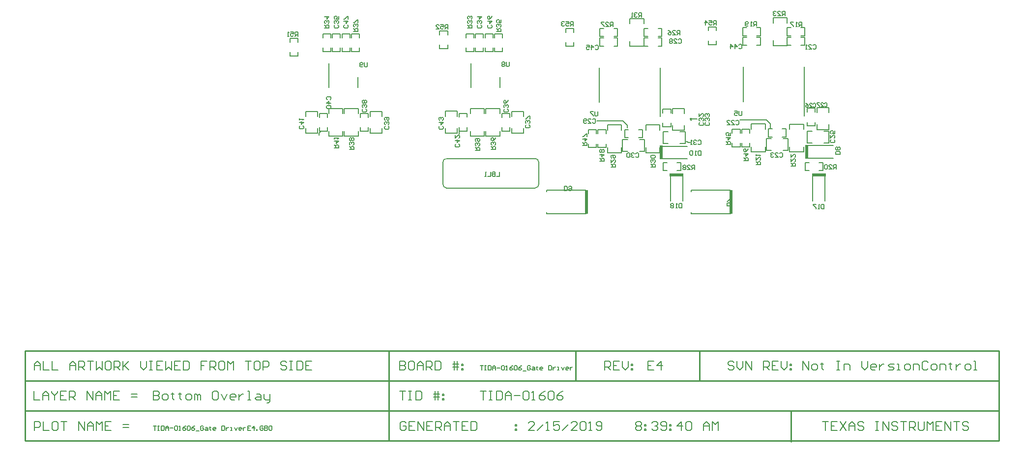
<source format=gbo>
G04*
G04 #@! TF.GenerationSoftware,Altium Limited,Altium Designer,18.1.9 (240)*
G04*
G04 Layer_Color=9218505*
%FSAX25Y25*%
%MOIN*%
G70*
G01*
G75*
%ADD12C,0.00787*%
%ADD14C,0.00700*%
%ADD15C,0.00800*%
%ADD17C,0.00600*%
%ADD22R,0.09200X0.02000*%
%ADD25C,0.01000*%
%ADD98C,0.00500*%
%ADD99R,0.02000X0.09200*%
%ADD100R,0.02000X0.16400*%
G54D12*
X0361894Y0279497D02*
Y0286583D01*
X0342210Y0279497D02*
Y0296032D01*
X0265794Y0279497D02*
Y0286583D01*
X0246110Y0279497D02*
Y0296032D01*
X0568222Y0260382D02*
Y0293551D01*
X0526883Y0269929D02*
Y0293551D01*
X0470754Y0259882D02*
Y0293051D01*
X0429416Y0269429D02*
Y0293051D01*
G54D14*
X0484130Y0249440D02*
X0487530D01*
Y0245440D02*
Y0249440D01*
Y0241440D02*
Y0245440D01*
X0484130Y0241440D02*
X0487530D01*
X0472730D02*
X0476130D01*
X0472730D02*
Y0245440D01*
Y0249440D01*
X0476130D01*
X0581598Y0249940D02*
X0584998D01*
Y0245940D02*
Y0249940D01*
Y0241940D02*
Y0245940D01*
X0581598Y0241940D02*
X0584998D01*
X0570198D02*
X0573598D01*
X0570198D02*
Y0245940D01*
Y0249940D01*
X0573598D01*
X0566057Y0308214D02*
X0568656D01*
Y0313660D01*
X0566057D02*
X0568656D01*
X0556659D02*
X0559258D01*
X0556659Y0308214D02*
Y0313660D01*
Y0308214D02*
X0559258D01*
X0553353Y0246064D02*
X0555951D01*
Y0251511D01*
X0553353D02*
X0555951D01*
X0543955D02*
X0546553D01*
X0543955Y0246064D02*
Y0251511D01*
Y0246064D02*
X0546553D01*
X0570281Y0253442D02*
Y0256040D01*
Y0253442D02*
X0575728D01*
Y0256040D01*
Y0262840D02*
Y0265438D01*
X0570281D02*
X0575728D01*
X0570281Y0262840D02*
Y0265438D01*
X0469135Y0307714D02*
X0471733D01*
Y0313160D01*
X0469135D02*
X0471733D01*
X0459736D02*
X0462335D01*
X0459736Y0307714D02*
Y0313160D01*
Y0307714D02*
X0462335D01*
X0472403Y0252942D02*
Y0255540D01*
Y0252942D02*
X0477850D01*
Y0255540D01*
Y0262340D02*
Y0264938D01*
X0472403D02*
X0477850D01*
X0472403Y0262340D02*
Y0264938D01*
X0350779Y0313340D02*
Y0315938D01*
X0345332D02*
X0350779D01*
X0345332Y0313340D02*
Y0315938D01*
Y0303942D02*
Y0306540D01*
Y0303942D02*
X0350779D01*
Y0306540D01*
X0253779Y0313340D02*
Y0315938D01*
X0248332D02*
X0253779D01*
X0248332Y0313340D02*
Y0315938D01*
Y0303942D02*
Y0306540D01*
Y0303942D02*
X0253779D01*
Y0306540D01*
X0363325Y0249942D02*
Y0252540D01*
Y0249942D02*
X0368772D01*
Y0252540D01*
Y0259340D02*
Y0261938D01*
X0363325D02*
X0368772D01*
X0363325Y0259340D02*
Y0261938D01*
X0267225Y0249942D02*
Y0252540D01*
Y0249942D02*
X0272672D01*
Y0252540D01*
Y0259340D02*
Y0261938D01*
X0267225D02*
X0272672D01*
X0267225Y0259340D02*
Y0261938D01*
X0239525Y0249942D02*
Y0252540D01*
Y0249942D02*
X0244972D01*
Y0252540D01*
Y0259340D02*
Y0261938D01*
X0239525D02*
X0244972D01*
X0239525Y0259340D02*
Y0261938D01*
X0334225Y0250042D02*
Y0252640D01*
Y0250042D02*
X0339672D01*
Y0252640D01*
Y0259440D02*
Y0262038D01*
X0334225D02*
X0339672D01*
X0334225Y0259440D02*
Y0262038D01*
X0455930Y0245564D02*
X0458528D01*
Y0251011D01*
X0455930D02*
X0458528D01*
X0446532D02*
X0449130D01*
X0446532Y0245564D02*
Y0251011D01*
Y0245564D02*
X0449130D01*
X0526659Y0313660D02*
X0529257D01*
X0526659Y0308214D02*
Y0313660D01*
Y0308214D02*
X0529257D01*
X0536058D02*
X0538656D01*
Y0313660D01*
X0536058D02*
X0538656D01*
X0429781Y0313167D02*
X0432379D01*
X0429781Y0307720D02*
Y0313167D01*
Y0307720D02*
X0432379D01*
X0439180D02*
X0441778D01*
Y0313167D01*
X0439180D02*
X0441778D01*
X0357279Y0313340D02*
Y0315938D01*
X0351832D02*
X0357279D01*
X0351832Y0313340D02*
Y0315938D01*
Y0303942D02*
Y0306540D01*
Y0303942D02*
X0357279D01*
Y0306540D01*
X0260279Y0313340D02*
Y0315938D01*
X0254832D02*
X0260279D01*
X0254832Y0313340D02*
Y0315938D01*
Y0303942D02*
Y0306540D01*
Y0303942D02*
X0260279D01*
Y0306540D01*
X0556659Y0320160D02*
X0559258D01*
X0556659Y0314714D02*
Y0320160D01*
Y0314714D02*
X0559258D01*
X0566057D02*
X0568656D01*
Y0320160D01*
X0566057D02*
X0568656D01*
X0536058Y0314707D02*
X0538656D01*
Y0320154D01*
X0536058D02*
X0538656D01*
X0526659D02*
X0529257D01*
X0526659Y0314707D02*
Y0320154D01*
Y0314707D02*
X0529257D01*
X0569010Y0228667D02*
X0571608D01*
X0569010Y0223220D02*
Y0228667D01*
Y0223220D02*
X0571608D01*
X0578408D02*
X0581006D01*
Y0228667D01*
X0578408D02*
X0581006D01*
X0459736Y0319660D02*
X0462335D01*
X0459736Y0314214D02*
Y0319660D01*
Y0314214D02*
X0462335D01*
X0469135D02*
X0471733D01*
Y0319660D01*
X0469135D02*
X0471733D01*
X0439180Y0314200D02*
X0441778D01*
Y0319647D01*
X0439180D02*
X0441778D01*
X0429781D02*
X0432379D01*
X0429781Y0314200D02*
Y0319647D01*
Y0314200D02*
X0432379D01*
X0482030Y0223214D02*
X0484628D01*
Y0228660D01*
X0482030D02*
X0484628D01*
X0472632D02*
X0475230D01*
X0472632Y0223214D02*
Y0228660D01*
Y0223214D02*
X0475230D01*
X0338825Y0303942D02*
Y0306540D01*
Y0303942D02*
X0344272D01*
Y0306540D01*
Y0313340D02*
Y0315938D01*
X0338825D02*
X0344272D01*
X0338825Y0313340D02*
Y0315938D01*
X0241825Y0303942D02*
Y0306540D01*
Y0303942D02*
X0247272D01*
Y0306540D01*
Y0313340D02*
Y0315938D01*
X0241825D02*
X0247272D01*
X0241825Y0313340D02*
Y0315938D01*
X0358325Y0303942D02*
Y0306540D01*
Y0303942D02*
X0363772D01*
Y0306540D01*
Y0313340D02*
Y0315938D01*
X0358325D02*
X0363772D01*
X0358325Y0313340D02*
Y0315938D01*
X0261325Y0303942D02*
Y0306540D01*
Y0303942D02*
X0266772D01*
Y0306540D01*
Y0313340D02*
Y0315938D01*
X0261325D02*
X0266772D01*
X0261325Y0313340D02*
Y0315938D01*
X0519371Y0239292D02*
Y0241891D01*
Y0239292D02*
X0524818D01*
Y0241891D01*
Y0248691D02*
Y0251289D01*
X0519371D02*
X0524818D01*
X0519371Y0248691D02*
Y0251289D01*
X0525871Y0239292D02*
Y0241891D01*
Y0239292D02*
X0531318D01*
Y0241891D01*
Y0248691D02*
Y0251289D01*
X0525871D02*
X0531318D01*
X0525871Y0248691D02*
Y0251289D01*
X0421903Y0238792D02*
Y0241390D01*
Y0238792D02*
X0427350D01*
Y0241390D01*
Y0248190D02*
Y0250789D01*
X0421903D02*
X0427350D01*
X0421903Y0248190D02*
Y0250789D01*
X0428403Y0238792D02*
Y0241390D01*
Y0238792D02*
X0433850D01*
Y0241390D01*
Y0248190D02*
Y0250789D01*
X0428403D02*
X0433850D01*
X0428403Y0248190D02*
Y0250789D01*
X0225016Y0310300D02*
Y0312898D01*
X0219569D02*
X0225016D01*
X0219569Y0310300D02*
Y0312898D01*
Y0300902D02*
Y0303500D01*
Y0300902D02*
X0225016D01*
Y0303500D01*
X0326527Y0315250D02*
Y0317849D01*
X0321080D02*
X0326527D01*
X0321080Y0315250D02*
Y0317849D01*
Y0305852D02*
Y0308450D01*
Y0305852D02*
X0326527D01*
Y0308450D01*
X0412027Y0317050D02*
Y0319649D01*
X0406580D02*
X0412027D01*
X0406580Y0317050D02*
Y0319649D01*
Y0307652D02*
Y0310250D01*
Y0307652D02*
X0412027D01*
Y0310250D01*
X0508616Y0318100D02*
Y0320698D01*
X0503169D02*
X0508616D01*
X0503169Y0318100D02*
Y0320698D01*
Y0308702D02*
Y0311300D01*
Y0308702D02*
X0508616D01*
Y0311300D01*
X0542553Y0244791D02*
X0545953D01*
X0542553Y0240791D02*
Y0244791D01*
Y0236790D02*
Y0240791D01*
Y0236790D02*
X0545953D01*
X0553953D02*
X0557353D01*
Y0240791D01*
Y0244791D01*
X0553953D02*
X0557353D01*
X0585008Y0262440D02*
Y0265840D01*
X0581008D02*
X0585008D01*
X0577008D02*
X0581008D01*
X0577008Y0262440D02*
Y0265840D01*
Y0251040D02*
Y0254440D01*
Y0251040D02*
X0581008D01*
X0585008D01*
Y0254440D01*
X0445130Y0244290D02*
X0448530D01*
X0445130Y0240290D02*
Y0244290D01*
Y0236291D02*
Y0240290D01*
Y0236291D02*
X0448530D01*
X0456530D02*
X0459930D01*
Y0240290D01*
Y0244290D01*
X0456530D02*
X0459930D01*
X0487130Y0261940D02*
Y0265340D01*
X0483130D02*
X0487130D01*
X0479130D02*
X0483130D01*
X0479130Y0261940D02*
Y0265340D01*
Y0250540D02*
Y0253940D01*
Y0250540D02*
X0483130D01*
X0487130D01*
Y0253940D01*
X0377997Y0259940D02*
Y0263340D01*
X0373997D02*
X0377997D01*
X0369997D02*
X0373997D01*
X0369997Y0259940D02*
Y0263340D01*
Y0248540D02*
Y0251940D01*
Y0248540D02*
X0373997D01*
X0377997D01*
Y0251940D01*
X0281897Y0259940D02*
Y0263340D01*
X0277897D02*
X0281897D01*
X0273897D02*
X0277897D01*
X0273897Y0259940D02*
Y0263340D01*
Y0248540D02*
Y0251940D01*
Y0248540D02*
X0277897D01*
X0281897D01*
Y0251940D01*
X0230197Y0248540D02*
Y0251940D01*
Y0248540D02*
X0234197D01*
X0238197D01*
Y0251940D01*
Y0259940D02*
Y0263340D01*
X0234197D02*
X0238197D01*
X0230197D02*
X0234197D01*
X0230197Y0259940D02*
Y0263340D01*
X0332897Y0260040D02*
Y0263440D01*
X0328897D02*
X0332897D01*
X0324897D02*
X0328897D01*
X0324897Y0260040D02*
Y0263440D01*
Y0248640D02*
Y0252040D01*
Y0248640D02*
X0328897D01*
X0332897D01*
Y0252040D01*
X0541820Y0251205D02*
Y0254749D01*
X0532293D02*
X0541820D01*
X0532293Y0251205D02*
Y0254749D01*
Y0235851D02*
Y0239394D01*
Y0235851D02*
X0541820D01*
Y0239394D01*
X0567861Y0251196D02*
Y0254739D01*
X0558334D02*
X0567861D01*
X0558334Y0251196D02*
Y0254739D01*
Y0235842D02*
Y0239385D01*
Y0235842D02*
X0567861D01*
Y0239385D01*
X0547244Y0307991D02*
Y0311535D01*
Y0307991D02*
X0556772D01*
Y0311535D01*
Y0323346D02*
Y0326889D01*
X0547244D02*
X0556772D01*
X0547244Y0323346D02*
Y0326889D01*
X0444353Y0250706D02*
Y0254249D01*
X0434825D02*
X0444353D01*
X0434825Y0250706D02*
Y0254249D01*
Y0235351D02*
Y0238895D01*
Y0235351D02*
X0444353D01*
Y0238895D01*
X0470394Y0250696D02*
Y0254239D01*
X0460866D02*
X0470394D01*
X0460866Y0250696D02*
Y0254239D01*
Y0235342D02*
Y0238885D01*
Y0235342D02*
X0470394D01*
Y0238885D01*
X0449971Y0307485D02*
Y0311028D01*
Y0307485D02*
X0459498D01*
Y0311028D01*
Y0322839D02*
Y0326382D01*
X0449971D02*
X0459498D01*
X0449971Y0322839D02*
Y0326382D01*
X0361953Y0261806D02*
Y0265349D01*
X0352425D02*
X0361953D01*
X0352425Y0261806D02*
Y0265349D01*
Y0246451D02*
Y0249994D01*
Y0246451D02*
X0361953D01*
Y0249994D01*
X0265853Y0261806D02*
Y0265349D01*
X0256325D02*
X0265853D01*
X0256325Y0261806D02*
Y0265349D01*
Y0246451D02*
Y0249994D01*
Y0246451D02*
X0265853D01*
Y0249994D01*
X0351453Y0261806D02*
Y0265349D01*
X0341925D02*
X0351453D01*
X0341925Y0261806D02*
Y0265349D01*
Y0246451D02*
Y0249994D01*
Y0246451D02*
X0351453D01*
Y0249994D01*
X0255353Y0261806D02*
Y0265349D01*
X0245825D02*
X0255353D01*
X0245825Y0261806D02*
Y0265349D01*
Y0246451D02*
Y0249994D01*
Y0246451D02*
X0255353D01*
Y0249994D01*
X0570398Y0240190D02*
X0587898D01*
X0570398Y0231690D02*
X0587898D01*
X0471630Y0239690D02*
X0489130D01*
X0471630Y0231190D02*
X0489130D01*
X0582439Y0202500D02*
Y0220000D01*
X0573939Y0202500D02*
Y0220000D01*
X0486029Y0202532D02*
Y0220031D01*
X0477529Y0202532D02*
Y0220031D01*
X0491689Y0208850D02*
Y0209750D01*
X0518389D01*
X0491689Y0194050D02*
X0518389D01*
X0491689D02*
Y0194950D01*
X0393489Y0208850D02*
Y0209750D01*
X0420189D01*
X0393489Y0194050D02*
X0420189D01*
X0393489D02*
Y0194950D01*
G54D15*
X0126900Y0073549D02*
Y0067551D01*
X0129899D01*
X0130899Y0068550D01*
Y0069550D01*
X0129899Y0070550D01*
X0126900D01*
X0129899D01*
X0130899Y0071549D01*
Y0072549D01*
X0129899Y0073549D01*
X0126900D01*
X0133898Y0067551D02*
X0135897D01*
X0136897Y0068550D01*
Y0070550D01*
X0135897Y0071549D01*
X0133898D01*
X0132898Y0070550D01*
Y0068550D01*
X0133898Y0067551D01*
X0139896Y0072549D02*
Y0071549D01*
X0138896D01*
X0140895D01*
X0139896D01*
Y0068550D01*
X0140895Y0067551D01*
X0144894Y0072549D02*
Y0071549D01*
X0143895D01*
X0145894D01*
X0144894D01*
Y0068550D01*
X0145894Y0067551D01*
X0149893D02*
X0151892D01*
X0152892Y0068550D01*
Y0070550D01*
X0151892Y0071549D01*
X0149893D01*
X0148893Y0070550D01*
Y0068550D01*
X0149893Y0067551D01*
X0154891D02*
Y0071549D01*
X0155891D01*
X0156890Y0070550D01*
Y0067551D01*
Y0070550D01*
X0157890Y0071549D01*
X0158890Y0070550D01*
Y0067551D01*
X0169886Y0073549D02*
X0167887D01*
X0166887Y0072549D01*
Y0068550D01*
X0167887Y0067551D01*
X0169886D01*
X0170886Y0068550D01*
Y0072549D01*
X0169886Y0073549D01*
X0172885Y0071549D02*
X0174884Y0067551D01*
X0176884Y0071549D01*
X0181882Y0067551D02*
X0179883D01*
X0178883Y0068550D01*
Y0070550D01*
X0179883Y0071549D01*
X0181882D01*
X0182882Y0070550D01*
Y0069550D01*
X0178883D01*
X0184881Y0071549D02*
Y0067551D01*
Y0069550D01*
X0185881Y0070550D01*
X0186881Y0071549D01*
X0187880D01*
X0190879Y0067551D02*
X0192879D01*
X0191879D01*
Y0073549D01*
X0190879D01*
X0196877Y0071549D02*
X0198877D01*
X0199876Y0070550D01*
Y0067551D01*
X0196877D01*
X0195878Y0068550D01*
X0196877Y0069550D01*
X0199876D01*
X0201876Y0071549D02*
Y0068550D01*
X0202875Y0067551D01*
X0205874D01*
Y0066551D01*
X0204875Y0065551D01*
X0203875D01*
X0205874Y0067551D02*
Y0071549D01*
X0045850Y0073649D02*
Y0067651D01*
X0049849D01*
X0051848D02*
Y0071649D01*
X0053847Y0073649D01*
X0055847Y0071649D01*
Y0067651D01*
Y0070650D01*
X0051848D01*
X0057846Y0073649D02*
Y0072649D01*
X0059846Y0070650D01*
X0061845Y0072649D01*
Y0073649D01*
X0059846Y0070650D02*
Y0067651D01*
X0067843Y0073649D02*
X0063844D01*
Y0067651D01*
X0067843D01*
X0063844Y0070650D02*
X0065843D01*
X0069842Y0067651D02*
Y0073649D01*
X0072841D01*
X0073841Y0072649D01*
Y0070650D01*
X0072841Y0069650D01*
X0069842D01*
X0071842D02*
X0073841Y0067651D01*
X0081838D02*
Y0073649D01*
X0085837Y0067651D01*
Y0073649D01*
X0087836Y0067651D02*
Y0071649D01*
X0089836Y0073649D01*
X0091835Y0071649D01*
Y0067651D01*
Y0070650D01*
X0087836D01*
X0093835Y0067651D02*
Y0073649D01*
X0095834Y0071649D01*
X0097833Y0073649D01*
Y0067651D01*
X0103831Y0073649D02*
X0099832D01*
Y0067651D01*
X0103831D01*
X0099832Y0070650D02*
X0101832D01*
X0111829Y0069650D02*
X0115827D01*
X0111829Y0071649D02*
X0115827D01*
X0348550Y0073498D02*
X0352549D01*
X0350549D01*
Y0067500D01*
X0354548Y0073498D02*
X0356547D01*
X0355548D01*
Y0067500D01*
X0354548D01*
X0356547D01*
X0359546Y0073498D02*
Y0067500D01*
X0362545D01*
X0363545Y0068500D01*
Y0072498D01*
X0362545Y0073498D01*
X0359546D01*
X0365545Y0067500D02*
Y0071499D01*
X0367544Y0073498D01*
X0369543Y0071499D01*
Y0067500D01*
Y0070499D01*
X0365545D01*
X0371543D02*
X0375541D01*
X0377541Y0072498D02*
X0378540Y0073498D01*
X0380540D01*
X0381539Y0072498D01*
Y0068500D01*
X0380540Y0067500D01*
X0378540D01*
X0377541Y0068500D01*
Y0072498D01*
X0383539Y0067500D02*
X0385538D01*
X0384538D01*
Y0073498D01*
X0383539Y0072498D01*
X0392536Y0073498D02*
X0390536Y0072498D01*
X0388537Y0070499D01*
Y0068500D01*
X0389537Y0067500D01*
X0391536D01*
X0392536Y0068500D01*
Y0069499D01*
X0391536Y0070499D01*
X0388537D01*
X0394535Y0072498D02*
X0395535Y0073498D01*
X0397534D01*
X0398534Y0072498D01*
Y0068500D01*
X0397534Y0067500D01*
X0395535D01*
X0394535Y0068500D01*
Y0072498D01*
X0404532Y0073498D02*
X0402532Y0072498D01*
X0400533Y0070499D01*
Y0068500D01*
X0401533Y0067500D01*
X0403532D01*
X0404532Y0068500D01*
Y0069499D01*
X0403532Y0070499D01*
X0400533D01*
X0294000Y0073498D02*
X0297999D01*
X0295999D01*
Y0067500D01*
X0299998Y0073498D02*
X0301997D01*
X0300998D01*
Y0067500D01*
X0299998D01*
X0301997D01*
X0304996Y0073498D02*
Y0067500D01*
X0307996D01*
X0308995Y0068500D01*
Y0072498D01*
X0307996Y0073498D01*
X0304996D01*
X0317992Y0067500D02*
Y0073498D01*
X0319992D02*
Y0067500D01*
X0316993Y0071499D02*
X0319992D01*
X0320991D01*
X0316993Y0069499D02*
X0320991D01*
X0322991Y0071499D02*
X0323990D01*
Y0070499D01*
X0322991D01*
Y0071499D01*
Y0068500D02*
X0323990D01*
Y0067500D01*
X0322991D01*
Y0068500D01*
X0580500Y0052965D02*
X0584499D01*
X0582499D01*
Y0046966D01*
X0590497Y0052965D02*
X0586498D01*
Y0046966D01*
X0590497D01*
X0586498Y0049966D02*
X0588497D01*
X0592496Y0052965D02*
X0596495Y0046966D01*
Y0052965D02*
X0592496Y0046966D01*
X0598494D02*
Y0050965D01*
X0600493Y0052965D01*
X0602493Y0050965D01*
Y0046966D01*
Y0049966D01*
X0598494D01*
X0608491Y0051965D02*
X0607491Y0052965D01*
X0605492D01*
X0604492Y0051965D01*
Y0050965D01*
X0605492Y0049966D01*
X0607491D01*
X0608491Y0048966D01*
Y0047966D01*
X0607491Y0046966D01*
X0605492D01*
X0604492Y0047966D01*
X0616488Y0052965D02*
X0618488D01*
X0617488D01*
Y0046966D01*
X0616488D01*
X0618488D01*
X0621487D02*
Y0052965D01*
X0625486Y0046966D01*
Y0052965D01*
X0631484Y0051965D02*
X0630484Y0052965D01*
X0628484D01*
X0627485Y0051965D01*
Y0050965D01*
X0628484Y0049966D01*
X0630484D01*
X0631484Y0048966D01*
Y0047966D01*
X0630484Y0046966D01*
X0628484D01*
X0627485Y0047966D01*
X0633483Y0052965D02*
X0637482D01*
X0635482D01*
Y0046966D01*
X0639481D02*
Y0052965D01*
X0642480D01*
X0643480Y0051965D01*
Y0049966D01*
X0642480Y0048966D01*
X0639481D01*
X0641480D02*
X0643480Y0046966D01*
X0645479Y0052965D02*
Y0047966D01*
X0646479Y0046966D01*
X0648478D01*
X0649478Y0047966D01*
Y0052965D01*
X0651477Y0046966D02*
Y0052965D01*
X0653476Y0050965D01*
X0655476Y0052965D01*
Y0046966D01*
X0661474Y0052965D02*
X0657475D01*
Y0046966D01*
X0661474D01*
X0657475Y0049966D02*
X0659474D01*
X0663473Y0046966D02*
Y0052965D01*
X0667472Y0046966D01*
Y0052965D01*
X0669471D02*
X0673470D01*
X0671471D01*
Y0046966D01*
X0679468Y0051965D02*
X0678468Y0052965D01*
X0676469D01*
X0675469Y0051965D01*
Y0050965D01*
X0676469Y0049966D01*
X0678468D01*
X0679468Y0048966D01*
Y0047966D01*
X0678468Y0046966D01*
X0676469D01*
X0675469Y0047966D01*
X0454050Y0051965D02*
X0455050Y0052965D01*
X0457049D01*
X0458049Y0051965D01*
Y0050965D01*
X0457049Y0049966D01*
X0458049Y0048966D01*
Y0047966D01*
X0457049Y0046966D01*
X0455050D01*
X0454050Y0047966D01*
Y0048966D01*
X0455050Y0049966D01*
X0454050Y0050965D01*
Y0051965D01*
X0455050Y0049966D02*
X0457049D01*
X0460048Y0050965D02*
X0461048D01*
Y0049966D01*
X0460048D01*
Y0050965D01*
Y0047966D02*
X0461048D01*
Y0046966D01*
X0460048D01*
Y0047966D01*
X0465046Y0051965D02*
X0466046Y0052965D01*
X0468046D01*
X0469045Y0051965D01*
Y0050965D01*
X0468046Y0049966D01*
X0467046D01*
X0468046D01*
X0469045Y0048966D01*
Y0047966D01*
X0468046Y0046966D01*
X0466046D01*
X0465046Y0047966D01*
X0471044D02*
X0472044Y0046966D01*
X0474044D01*
X0475043Y0047966D01*
Y0051965D01*
X0474044Y0052965D01*
X0472044D01*
X0471044Y0051965D01*
Y0050965D01*
X0472044Y0049966D01*
X0475043D01*
X0477043Y0050965D02*
X0478042D01*
Y0049966D01*
X0477043D01*
Y0050965D01*
Y0047966D02*
X0478042D01*
Y0046966D01*
X0477043D01*
Y0047966D01*
X0485040Y0046966D02*
Y0052965D01*
X0482041Y0049966D01*
X0486040D01*
X0488039Y0051965D02*
X0489039Y0052965D01*
X0491038D01*
X0492038Y0051965D01*
Y0047966D01*
X0491038Y0046966D01*
X0489039D01*
X0488039Y0047966D01*
Y0051965D01*
X0500035Y0046966D02*
Y0050965D01*
X0502035Y0052965D01*
X0504034Y0050965D01*
Y0046966D01*
Y0049966D01*
X0500035D01*
X0506033Y0046966D02*
Y0052965D01*
X0508033Y0050965D01*
X0510032Y0052965D01*
Y0046966D01*
X0046350D02*
Y0052965D01*
X0049349D01*
X0050349Y0051965D01*
Y0049966D01*
X0049349Y0048966D01*
X0046350D01*
X0052348Y0052965D02*
Y0046966D01*
X0056347D01*
X0061345Y0052965D02*
X0059346D01*
X0058346Y0051965D01*
Y0047966D01*
X0059346Y0046966D01*
X0061345D01*
X0062345Y0047966D01*
Y0051965D01*
X0061345Y0052965D01*
X0064344D02*
X0068343D01*
X0066343D01*
Y0046966D01*
X0076340D02*
Y0052965D01*
X0080339Y0046966D01*
Y0052965D01*
X0082338Y0046966D02*
Y0050965D01*
X0084338Y0052965D01*
X0086337Y0050965D01*
Y0046966D01*
Y0049966D01*
X0082338D01*
X0088336Y0046966D02*
Y0052965D01*
X0090336Y0050965D01*
X0092335Y0052965D01*
Y0046966D01*
X0098333Y0052965D02*
X0094335D01*
Y0046966D01*
X0098333D01*
X0094335Y0049966D02*
X0096334D01*
X0106331Y0048966D02*
X0110329D01*
X0106331Y0050965D02*
X0110329D01*
X0294000Y0093831D02*
Y0087833D01*
X0296999D01*
X0297999Y0088833D01*
Y0089833D01*
X0296999Y0090832D01*
X0294000D01*
X0296999D01*
X0297999Y0091832D01*
Y0092832D01*
X0296999Y0093831D01*
X0294000D01*
X0302997D02*
X0300998D01*
X0299998Y0092832D01*
Y0088833D01*
X0300998Y0087833D01*
X0302997D01*
X0303997Y0088833D01*
Y0092832D01*
X0302997Y0093831D01*
X0305996Y0087833D02*
Y0091832D01*
X0307996Y0093831D01*
X0309995Y0091832D01*
Y0087833D01*
Y0090832D01*
X0305996D01*
X0311994Y0087833D02*
Y0093831D01*
X0314993D01*
X0315993Y0092832D01*
Y0090832D01*
X0314993Y0089833D01*
X0311994D01*
X0313994D02*
X0315993Y0087833D01*
X0317992Y0093831D02*
Y0087833D01*
X0320991D01*
X0321991Y0088833D01*
Y0092832D01*
X0320991Y0093831D01*
X0317992D01*
X0330988Y0087833D02*
Y0093831D01*
X0332987D02*
Y0087833D01*
X0329988Y0091832D02*
X0332987D01*
X0333987D01*
X0329988Y0089833D02*
X0333987D01*
X0335986Y0091832D02*
X0336986D01*
Y0090832D01*
X0335986D01*
Y0091832D01*
Y0088833D02*
X0336986D01*
Y0087833D01*
X0335986D01*
Y0088833D01*
X0466149Y0093831D02*
X0462150D01*
Y0087833D01*
X0466149D01*
X0462150Y0090832D02*
X0464149D01*
X0471147Y0087833D02*
Y0093831D01*
X0468148Y0090832D01*
X0472147D01*
X0046350Y0087833D02*
Y0091832D01*
X0048349Y0093831D01*
X0050349Y0091832D01*
Y0087833D01*
Y0090832D01*
X0046350D01*
X0052348Y0093831D02*
Y0087833D01*
X0056347D01*
X0058346Y0093831D02*
Y0087833D01*
X0062345D01*
X0070342D02*
Y0091832D01*
X0072342Y0093831D01*
X0074341Y0091832D01*
Y0087833D01*
Y0090832D01*
X0070342D01*
X0076340Y0087833D02*
Y0093831D01*
X0079339D01*
X0080339Y0092832D01*
Y0090832D01*
X0079339Y0089833D01*
X0076340D01*
X0078340D02*
X0080339Y0087833D01*
X0082338Y0093831D02*
X0086337D01*
X0084338D01*
Y0087833D01*
X0088336Y0093831D02*
Y0087833D01*
X0090336Y0089833D01*
X0092335Y0087833D01*
Y0093831D01*
X0097334D02*
X0095334D01*
X0094335Y0092832D01*
Y0088833D01*
X0095334Y0087833D01*
X0097334D01*
X0098333Y0088833D01*
Y0092832D01*
X0097334Y0093831D01*
X0100332Y0087833D02*
Y0093831D01*
X0103332D01*
X0104331Y0092832D01*
Y0090832D01*
X0103332Y0089833D01*
X0100332D01*
X0102332D02*
X0104331Y0087833D01*
X0106331Y0093831D02*
Y0087833D01*
Y0089833D01*
X0110329Y0093831D01*
X0107330Y0090832D01*
X0110329Y0087833D01*
X0118327Y0093831D02*
Y0089833D01*
X0120326Y0087833D01*
X0122325Y0089833D01*
Y0093831D01*
X0124325D02*
X0126324D01*
X0125324D01*
Y0087833D01*
X0124325D01*
X0126324D01*
X0133322Y0093831D02*
X0129323D01*
Y0087833D01*
X0133322D01*
X0129323Y0090832D02*
X0131323D01*
X0135321Y0093831D02*
Y0087833D01*
X0137321Y0089833D01*
X0139320Y0087833D01*
Y0093831D01*
X0145318D02*
X0141319D01*
Y0087833D01*
X0145318D01*
X0141319Y0090832D02*
X0143319D01*
X0147317Y0093831D02*
Y0087833D01*
X0150316D01*
X0151316Y0088833D01*
Y0092832D01*
X0150316Y0093831D01*
X0147317D01*
X0163312D02*
X0159313D01*
Y0090832D01*
X0161313D01*
X0159313D01*
Y0087833D01*
X0165312D02*
Y0093831D01*
X0168310D01*
X0169310Y0092832D01*
Y0090832D01*
X0168310Y0089833D01*
X0165312D01*
X0167311D02*
X0169310Y0087833D01*
X0174309Y0093831D02*
X0172309D01*
X0171310Y0092832D01*
Y0088833D01*
X0172309Y0087833D01*
X0174309D01*
X0175308Y0088833D01*
Y0092832D01*
X0174309Y0093831D01*
X0177308Y0087833D02*
Y0093831D01*
X0179307Y0091832D01*
X0181306Y0093831D01*
Y0087833D01*
X0189304Y0093831D02*
X0193303D01*
X0191303D01*
Y0087833D01*
X0198301Y0093831D02*
X0196301D01*
X0195302Y0092832D01*
Y0088833D01*
X0196301Y0087833D01*
X0198301D01*
X0199301Y0088833D01*
Y0092832D01*
X0198301Y0093831D01*
X0201300Y0087833D02*
Y0093831D01*
X0204299D01*
X0205299Y0092832D01*
Y0090832D01*
X0204299Y0089833D01*
X0201300D01*
X0217295Y0092832D02*
X0216295Y0093831D01*
X0214296D01*
X0213296Y0092832D01*
Y0091832D01*
X0214296Y0090832D01*
X0216295D01*
X0217295Y0089833D01*
Y0088833D01*
X0216295Y0087833D01*
X0214296D01*
X0213296Y0088833D01*
X0219294Y0093831D02*
X0221293D01*
X0220294D01*
Y0087833D01*
X0219294D01*
X0221293D01*
X0224292Y0093831D02*
Y0087833D01*
X0227291D01*
X0228291Y0088833D01*
Y0092832D01*
X0227291Y0093831D01*
X0224292D01*
X0234289D02*
X0230291D01*
Y0087833D01*
X0234289D01*
X0230291Y0090832D02*
X0232290D01*
X0298199Y0051965D02*
X0297199Y0052965D01*
X0295200D01*
X0294200Y0051965D01*
Y0047966D01*
X0295200Y0046966D01*
X0297199D01*
X0298199Y0047966D01*
Y0049966D01*
X0296199D01*
X0304197Y0052965D02*
X0300198D01*
Y0046966D01*
X0304197D01*
X0300198Y0049966D02*
X0302197D01*
X0306196Y0046966D02*
Y0052965D01*
X0310195Y0046966D01*
Y0052965D01*
X0316193D02*
X0312194D01*
Y0046966D01*
X0316193D01*
X0312194Y0049966D02*
X0314194D01*
X0318192Y0046966D02*
Y0052965D01*
X0321191D01*
X0322191Y0051965D01*
Y0049966D01*
X0321191Y0048966D01*
X0318192D01*
X0320192D02*
X0322191Y0046966D01*
X0324190D02*
Y0050965D01*
X0326190Y0052965D01*
X0328189Y0050965D01*
Y0046966D01*
Y0049966D01*
X0324190D01*
X0330188Y0052965D02*
X0334187D01*
X0332188D01*
Y0046966D01*
X0340185Y0052965D02*
X0336186D01*
Y0046966D01*
X0340185D01*
X0336186Y0049966D02*
X0338186D01*
X0342184Y0052965D02*
Y0046966D01*
X0345183D01*
X0346183Y0047966D01*
Y0051965D01*
X0345183Y0052965D01*
X0342184D01*
X0372175Y0050965D02*
X0373175D01*
Y0049966D01*
X0372175D01*
Y0050965D01*
Y0047966D02*
X0373175D01*
Y0046966D01*
X0372175D01*
Y0047966D01*
X0385149Y0046966D02*
X0381150D01*
X0385149Y0050965D01*
Y0051965D01*
X0384149Y0052965D01*
X0382150D01*
X0381150Y0051965D01*
X0387148Y0046966D02*
X0391147Y0050965D01*
X0393146Y0046966D02*
X0395146D01*
X0394146D01*
Y0052965D01*
X0393146Y0051965D01*
X0402143Y0052965D02*
X0398145D01*
Y0049966D01*
X0400144Y0050965D01*
X0401144D01*
X0402143Y0049966D01*
Y0047966D01*
X0401144Y0046966D01*
X0399144D01*
X0398145Y0047966D01*
X0404143Y0046966D02*
X0408141Y0050965D01*
X0414139Y0046966D02*
X0410141D01*
X0414139Y0050965D01*
Y0051965D01*
X0413140Y0052965D01*
X0411140D01*
X0410141Y0051965D01*
X0416139D02*
X0417138Y0052965D01*
X0419138D01*
X0420137Y0051965D01*
Y0047966D01*
X0419138Y0046966D01*
X0417138D01*
X0416139Y0047966D01*
Y0051965D01*
X0422137Y0046966D02*
X0424136D01*
X0423136D01*
Y0052965D01*
X0422137Y0051965D01*
X0427135Y0047966D02*
X0428135Y0046966D01*
X0430134D01*
X0431134Y0047966D01*
Y0051965D01*
X0430134Y0052965D01*
X0428135D01*
X0427135Y0051965D01*
Y0050965D01*
X0428135Y0049966D01*
X0431134D01*
X0433000Y0087833D02*
Y0093831D01*
X0435999D01*
X0436999Y0092832D01*
Y0090832D01*
X0435999Y0089833D01*
X0433000D01*
X0434999D02*
X0436999Y0087833D01*
X0442997Y0093831D02*
X0438998D01*
Y0087833D01*
X0442997D01*
X0438998Y0090832D02*
X0440997D01*
X0444996Y0093831D02*
Y0089833D01*
X0446995Y0087833D01*
X0448995Y0089833D01*
Y0093831D01*
X0450994Y0091832D02*
X0451994D01*
Y0090832D01*
X0450994D01*
Y0091832D01*
Y0088833D02*
X0451994D01*
Y0087833D01*
X0450994D01*
Y0088833D01*
X0520799Y0092832D02*
X0519799Y0093831D01*
X0517800D01*
X0516800Y0092832D01*
Y0091832D01*
X0517800Y0090832D01*
X0519799D01*
X0520799Y0089833D01*
Y0088833D01*
X0519799Y0087833D01*
X0517800D01*
X0516800Y0088833D01*
X0522798Y0093831D02*
Y0089833D01*
X0524797Y0087833D01*
X0526797Y0089833D01*
Y0093831D01*
X0528796Y0087833D02*
Y0093831D01*
X0532795Y0087833D01*
Y0093831D01*
X0540792Y0087833D02*
Y0093831D01*
X0543791D01*
X0544791Y0092832D01*
Y0090832D01*
X0543791Y0089833D01*
X0540792D01*
X0542792D02*
X0544791Y0087833D01*
X0550789Y0093831D02*
X0546790D01*
Y0087833D01*
X0550789D01*
X0546790Y0090832D02*
X0548790D01*
X0552788Y0093831D02*
Y0089833D01*
X0554788Y0087833D01*
X0556787Y0089833D01*
Y0093831D01*
X0558786Y0091832D02*
X0559786D01*
Y0090832D01*
X0558786D01*
Y0091832D01*
Y0088833D02*
X0559786D01*
Y0087833D01*
X0558786D01*
Y0088833D01*
X0567400Y0087833D02*
Y0093831D01*
X0571399Y0087833D01*
Y0093831D01*
X0574398Y0087833D02*
X0576397D01*
X0577397Y0088833D01*
Y0090832D01*
X0576397Y0091832D01*
X0574398D01*
X0573398Y0090832D01*
Y0088833D01*
X0574398Y0087833D01*
X0580396Y0092832D02*
Y0091832D01*
X0579396D01*
X0581395D01*
X0580396D01*
Y0088833D01*
X0581395Y0087833D01*
X0590393Y0093831D02*
X0592392D01*
X0591392D01*
Y0087833D01*
X0590393D01*
X0592392D01*
X0595391D02*
Y0091832D01*
X0598390D01*
X0599390Y0090832D01*
Y0087833D01*
X0607387Y0093831D02*
Y0089833D01*
X0609386Y0087833D01*
X0611386Y0089833D01*
Y0093831D01*
X0616384Y0087833D02*
X0614385D01*
X0613385Y0088833D01*
Y0090832D01*
X0614385Y0091832D01*
X0616384D01*
X0617384Y0090832D01*
Y0089833D01*
X0613385D01*
X0619383Y0091832D02*
Y0087833D01*
Y0089833D01*
X0620383Y0090832D01*
X0621383Y0091832D01*
X0622382D01*
X0625381Y0087833D02*
X0628380D01*
X0629380Y0088833D01*
X0628380Y0089833D01*
X0626381D01*
X0625381Y0090832D01*
X0626381Y0091832D01*
X0629380D01*
X0631379Y0087833D02*
X0633379D01*
X0632379D01*
Y0091832D01*
X0631379D01*
X0637377Y0087833D02*
X0639377D01*
X0640376Y0088833D01*
Y0090832D01*
X0639377Y0091832D01*
X0637377D01*
X0636378Y0090832D01*
Y0088833D01*
X0637377Y0087833D01*
X0642376D02*
Y0091832D01*
X0645375D01*
X0646374Y0090832D01*
Y0087833D01*
X0652373Y0092832D02*
X0651373Y0093831D01*
X0649373D01*
X0648374Y0092832D01*
Y0088833D01*
X0649373Y0087833D01*
X0651373D01*
X0652373Y0088833D01*
X0655372Y0087833D02*
X0657371D01*
X0658371Y0088833D01*
Y0090832D01*
X0657371Y0091832D01*
X0655372D01*
X0654372Y0090832D01*
Y0088833D01*
X0655372Y0087833D01*
X0660370D02*
Y0091832D01*
X0663369D01*
X0664369Y0090832D01*
Y0087833D01*
X0667368Y0092832D02*
Y0091832D01*
X0666368D01*
X0668367D01*
X0667368D01*
Y0088833D01*
X0668367Y0087833D01*
X0671366Y0091832D02*
Y0087833D01*
Y0089833D01*
X0672366Y0090832D01*
X0673366Y0091832D01*
X0674365D01*
X0678364Y0087833D02*
X0680364D01*
X0681363Y0088833D01*
Y0090832D01*
X0680364Y0091832D01*
X0678364D01*
X0677364Y0090832D01*
Y0088833D01*
X0678364Y0087833D01*
X0683362D02*
X0685362D01*
X0684362D01*
Y0093831D01*
X0683362D01*
G54D17*
X0545389Y0252400D02*
Y0254900D01*
X0542789Y0257500D02*
X0545389Y0254900D01*
X0524589Y0257500D02*
X0542789D01*
X0448289Y0252100D02*
Y0254000D01*
X0445389Y0256900D02*
X0448289Y0254000D01*
X0427789Y0256900D02*
X0445389D01*
X0490889Y0258100D02*
X0491689Y0257300D01*
Y0258900D01*
X0490889Y0258100D02*
X0491689Y0258900D01*
X0490889Y0258100D02*
X0495489D01*
X0489489Y0242200D02*
X0490889D01*
X0488789Y0242900D02*
X0489489Y0242200D01*
X0488189Y0242900D02*
X0488789D01*
X0334225Y0247936D02*
Y0250042D01*
X0239389Y0247400D02*
Y0248700D01*
X0240589Y0249900D01*
X0271997Y0296439D02*
Y0293940D01*
X0271497Y0293440D01*
X0270497D01*
X0269998Y0293940D01*
Y0296439D01*
X0268998Y0293940D02*
X0268498Y0293440D01*
X0267498D01*
X0266999Y0293940D01*
Y0295939D01*
X0267498Y0296439D01*
X0268498D01*
X0268998Y0295939D01*
Y0295440D01*
X0268498Y0294940D01*
X0266999D01*
X0429589Y0229500D02*
X0432588D01*
Y0230999D01*
X0432088Y0231499D01*
X0431088D01*
X0430589Y0230999D01*
Y0229500D01*
Y0230500D02*
X0429589Y0231499D01*
Y0233998D02*
X0432588D01*
X0431088Y0232499D01*
Y0234498D01*
X0432088Y0235498D02*
X0432588Y0235998D01*
Y0236998D01*
X0432088Y0237497D01*
X0431588D01*
X0431088Y0236998D01*
X0430589Y0237497D01*
X0430089D01*
X0429589Y0236998D01*
Y0235998D01*
X0430089Y0235498D01*
X0430589D01*
X0431088Y0235998D01*
X0431588Y0235498D01*
X0432088D01*
X0431088Y0235998D02*
Y0236998D01*
X0418089Y0240100D02*
X0421088D01*
Y0241599D01*
X0420588Y0242099D01*
X0419589D01*
X0419089Y0241599D01*
Y0240100D01*
Y0241100D02*
X0418089Y0242099D01*
Y0244599D02*
X0421088D01*
X0419589Y0243099D01*
Y0245098D01*
X0421088Y0246098D02*
Y0248097D01*
X0420588D01*
X0418589Y0246098D01*
X0418089D01*
X0527153Y0229940D02*
X0530152D01*
Y0231440D01*
X0529652Y0231940D01*
X0528652D01*
X0528152Y0231440D01*
Y0229940D01*
Y0230940D02*
X0527153Y0231940D01*
Y0234439D02*
X0530152D01*
X0528652Y0232939D01*
Y0234939D01*
X0530152Y0237938D02*
X0529652Y0236938D01*
X0528652Y0235938D01*
X0527653D01*
X0527153Y0236438D01*
Y0237438D01*
X0527653Y0237938D01*
X0528152D01*
X0528652Y0237438D01*
Y0235938D01*
X0515153Y0240940D02*
X0518152D01*
Y0242440D01*
X0517652Y0242939D01*
X0516652D01*
X0516152Y0242440D01*
Y0240940D01*
Y0241940D02*
X0515153Y0242939D01*
Y0245439D02*
X0518152D01*
X0516652Y0243939D01*
Y0245938D01*
X0518152Y0248938D02*
Y0246938D01*
X0516652D01*
X0517152Y0247938D01*
Y0248438D01*
X0516652Y0248938D01*
X0515653D01*
X0515153Y0248438D01*
Y0247438D01*
X0515653Y0246938D01*
X0249589Y0238700D02*
X0252588D01*
Y0240199D01*
X0252088Y0240699D01*
X0251089D01*
X0250589Y0240199D01*
Y0238700D01*
Y0239700D02*
X0249589Y0240699D01*
Y0243198D02*
X0252588D01*
X0251089Y0241699D01*
Y0243698D01*
X0249589Y0244698D02*
Y0245698D01*
Y0245198D01*
X0252588D01*
X0252088Y0244698D01*
X0259889Y0237500D02*
X0262888D01*
Y0239000D01*
X0262388Y0239499D01*
X0261388D01*
X0260889Y0239000D01*
Y0237500D01*
Y0238500D02*
X0259889Y0239499D01*
X0262388Y0240499D02*
X0262888Y0240999D01*
Y0241999D01*
X0262388Y0242498D01*
X0261888D01*
X0261388Y0241999D01*
Y0241499D01*
Y0241999D01*
X0260889Y0242498D01*
X0260389D01*
X0259889Y0241999D01*
Y0240999D01*
X0260389Y0240499D01*
X0262388Y0243498D02*
X0262888Y0243998D01*
Y0244998D01*
X0262388Y0245497D01*
X0261888D01*
X0261388Y0244998D01*
X0260889Y0245497D01*
X0260389D01*
X0259889Y0244998D01*
Y0243998D01*
X0260389Y0243498D01*
X0260889D01*
X0261388Y0243998D01*
X0261888Y0243498D01*
X0262388D01*
X0261388Y0243998D02*
Y0244998D01*
X0262789Y0317600D02*
X0265788D01*
Y0319099D01*
X0265288Y0319599D01*
X0264288D01*
X0263789Y0319099D01*
Y0317600D01*
Y0318600D02*
X0262789Y0319599D01*
X0265288Y0320599D02*
X0265788Y0321099D01*
Y0322098D01*
X0265288Y0322598D01*
X0264788D01*
X0264288Y0322098D01*
Y0321599D01*
Y0322098D01*
X0263789Y0322598D01*
X0263289D01*
X0262789Y0322098D01*
Y0321099D01*
X0263289Y0320599D01*
X0265788Y0323598D02*
Y0325597D01*
X0265288D01*
X0263289Y0323598D01*
X0262789D01*
X0258551Y0321939D02*
X0259051Y0321440D01*
Y0320440D01*
X0258551Y0319940D01*
X0256552D01*
X0256052Y0320440D01*
Y0321440D01*
X0256552Y0321939D01*
X0256052Y0324439D02*
X0259051D01*
X0257552Y0322939D01*
Y0324939D01*
X0259051Y0325938D02*
Y0327938D01*
X0258551D01*
X0256552Y0325938D01*
X0256052D01*
X0356051Y0321939D02*
X0356551Y0321440D01*
Y0320440D01*
X0356051Y0319940D01*
X0354052D01*
X0353552Y0320440D01*
Y0321440D01*
X0354052Y0321939D01*
X0353552Y0324439D02*
X0356551D01*
X0355051Y0322939D01*
Y0324939D01*
X0356551Y0327938D02*
X0356051Y0326938D01*
X0355051Y0325938D01*
X0354052D01*
X0353552Y0326438D01*
Y0327438D01*
X0354052Y0327938D01*
X0354552D01*
X0355051Y0327438D01*
Y0325938D01*
X0426590Y0307899D02*
X0427090Y0308399D01*
X0428089D01*
X0428589Y0307899D01*
Y0305900D01*
X0428089Y0305400D01*
X0427090D01*
X0426590Y0305900D01*
X0424090Y0305400D02*
Y0308399D01*
X0425590Y0306899D01*
X0423591D01*
X0420592Y0308399D02*
X0422591D01*
Y0306899D01*
X0421591Y0307399D01*
X0421091D01*
X0420592Y0306899D01*
Y0305900D01*
X0421091Y0305400D01*
X0422091D01*
X0422591Y0305900D01*
X0523890Y0308399D02*
X0524390Y0308899D01*
X0525389D01*
X0525889Y0308399D01*
Y0306400D01*
X0525389Y0305900D01*
X0524390D01*
X0523890Y0306400D01*
X0521390Y0305900D02*
Y0308899D01*
X0522890Y0307400D01*
X0520891D01*
X0518391Y0305900D02*
Y0308899D01*
X0519891Y0307400D01*
X0517892D01*
X0322988Y0253299D02*
X0323488Y0252800D01*
Y0251800D01*
X0322988Y0251300D01*
X0320989D01*
X0320489Y0251800D01*
Y0252800D01*
X0320989Y0253299D01*
X0320489Y0255799D02*
X0323488D01*
X0321989Y0254299D01*
Y0256298D01*
X0322988Y0257298D02*
X0323488Y0257798D01*
Y0258798D01*
X0322988Y0259297D01*
X0322488D01*
X0321989Y0258798D01*
Y0258298D01*
Y0258798D01*
X0321489Y0259297D01*
X0320989D01*
X0320489Y0258798D01*
Y0257798D01*
X0320989Y0257298D01*
X0228388Y0253499D02*
X0228888Y0252999D01*
Y0252000D01*
X0228388Y0251500D01*
X0226389D01*
X0225889Y0252000D01*
Y0252999D01*
X0226389Y0253499D01*
X0225889Y0255998D02*
X0228888D01*
X0227389Y0254499D01*
Y0256498D01*
X0225889Y0257498D02*
Y0258498D01*
Y0257998D01*
X0228888D01*
X0228388Y0257498D01*
X0244816Y0271381D02*
X0244316Y0271881D01*
Y0272881D01*
X0244816Y0273380D01*
X0246815D01*
X0247315Y0272881D01*
Y0271881D01*
X0246815Y0271381D01*
X0247315Y0268882D02*
X0244316D01*
X0245815Y0270381D01*
Y0268382D01*
X0244816Y0267382D02*
X0244316Y0266882D01*
Y0265883D01*
X0244816Y0265383D01*
X0246815D01*
X0247315Y0265883D01*
Y0266882D01*
X0246815Y0267382D01*
X0244816D01*
X0286288Y0253299D02*
X0286788Y0252800D01*
Y0251800D01*
X0286288Y0251300D01*
X0284289D01*
X0283789Y0251800D01*
Y0252800D01*
X0284289Y0253299D01*
X0286288Y0254299D02*
X0286788Y0254799D01*
Y0255799D01*
X0286288Y0256298D01*
X0285788D01*
X0285289Y0255799D01*
Y0255299D01*
Y0255799D01*
X0284789Y0256298D01*
X0284289D01*
X0283789Y0255799D01*
Y0254799D01*
X0284289Y0254299D01*
Y0257298D02*
X0283789Y0257798D01*
Y0258798D01*
X0284289Y0259297D01*
X0286288D01*
X0286788Y0258798D01*
Y0257798D01*
X0286288Y0257298D01*
X0285788D01*
X0285289Y0257798D01*
Y0259297D01*
X0270988Y0264999D02*
X0271488Y0264499D01*
Y0263500D01*
X0270988Y0263000D01*
X0268989D01*
X0268489Y0263500D01*
Y0264499D01*
X0268989Y0264999D01*
X0270988Y0265999D02*
X0271488Y0266499D01*
Y0267498D01*
X0270988Y0267998D01*
X0270488D01*
X0269988Y0267498D01*
Y0266999D01*
Y0267498D01*
X0269489Y0267998D01*
X0268989D01*
X0268489Y0267498D01*
Y0266499D01*
X0268989Y0265999D01*
X0270988Y0268998D02*
X0271488Y0269498D01*
Y0270498D01*
X0270988Y0270997D01*
X0270488D01*
X0269988Y0270498D01*
X0269489Y0270997D01*
X0268989D01*
X0268489Y0270498D01*
Y0269498D01*
X0268989Y0268998D01*
X0269489D01*
X0269988Y0269498D01*
X0270488Y0268998D01*
X0270988D01*
X0269988Y0269498D02*
Y0270498D01*
X0252051Y0321939D02*
X0252551Y0321440D01*
Y0320440D01*
X0252051Y0319940D01*
X0250052D01*
X0249552Y0320440D01*
Y0321440D01*
X0250052Y0321939D01*
X0252051Y0322939D02*
X0252551Y0323439D01*
Y0324439D01*
X0252051Y0324939D01*
X0251551D01*
X0251051Y0324439D01*
Y0323939D01*
Y0324439D01*
X0250552Y0324939D01*
X0250052D01*
X0249552Y0324439D01*
Y0323439D01*
X0250052Y0322939D01*
X0252551Y0327938D02*
Y0325938D01*
X0251051D01*
X0251551Y0326938D01*
Y0327438D01*
X0251051Y0327938D01*
X0250052D01*
X0249552Y0327438D01*
Y0326438D01*
X0250052Y0325938D01*
X0361789Y0222399D02*
Y0219400D01*
X0359790D01*
X0358790Y0222399D02*
Y0219400D01*
X0357290D01*
X0356791Y0219900D01*
Y0220400D01*
X0357290Y0220900D01*
X0358790D01*
X0357290D01*
X0356791Y0221399D01*
Y0221899D01*
X0357290Y0222399D01*
X0358790D01*
X0355791D02*
Y0219400D01*
X0353792D01*
X0352792D02*
X0351792D01*
X0352292D01*
Y0222399D01*
X0352792Y0221899D01*
X0574190Y0308199D02*
X0574689Y0308699D01*
X0575689D01*
X0576189Y0308199D01*
Y0306200D01*
X0575689Y0305700D01*
X0574689D01*
X0574190Y0306200D01*
X0571191Y0305700D02*
X0573190D01*
X0571191Y0307699D01*
Y0308199D01*
X0571690Y0308699D01*
X0572690D01*
X0573190Y0308199D01*
X0570191Y0305700D02*
X0569191D01*
X0569691D01*
Y0308699D01*
X0570191Y0308199D01*
X0521890Y0256799D02*
X0522390Y0257299D01*
X0523389D01*
X0523889Y0256799D01*
Y0254800D01*
X0523389Y0254300D01*
X0522390D01*
X0521890Y0254800D01*
X0518891Y0254300D02*
X0520890D01*
X0518891Y0256299D01*
Y0256799D01*
X0519390Y0257299D01*
X0520390D01*
X0520890Y0256799D01*
X0515892Y0254300D02*
X0517891D01*
X0515892Y0256299D01*
Y0256799D01*
X0516391Y0257299D01*
X0517391D01*
X0517891Y0256799D01*
X0551590Y0234899D02*
X0552090Y0235399D01*
X0553089D01*
X0553589Y0234899D01*
Y0232900D01*
X0553089Y0232400D01*
X0552090D01*
X0551590Y0232900D01*
X0548591Y0232400D02*
X0550590D01*
X0548591Y0234399D01*
Y0234899D01*
X0549090Y0235399D01*
X0550090D01*
X0550590Y0234899D01*
X0547591D02*
X0547091Y0235399D01*
X0546091D01*
X0545592Y0234899D01*
Y0234399D01*
X0546091Y0233899D01*
X0546591D01*
X0546091D01*
X0545592Y0233400D01*
Y0232900D01*
X0546091Y0232400D01*
X0547091D01*
X0547591Y0232900D01*
X0349051Y0321939D02*
X0349551Y0321440D01*
Y0320440D01*
X0349051Y0319940D01*
X0347052D01*
X0346552Y0320440D01*
Y0321440D01*
X0347052Y0321939D01*
X0349051Y0322939D02*
X0349551Y0323439D01*
Y0324439D01*
X0349051Y0324939D01*
X0348551D01*
X0348052Y0324439D01*
Y0323939D01*
Y0324439D01*
X0347552Y0324939D01*
X0347052D01*
X0346552Y0324439D01*
Y0323439D01*
X0347052Y0322939D01*
X0346552Y0327438D02*
X0349551D01*
X0348052Y0325938D01*
Y0327938D01*
X0381788Y0254099D02*
X0382288Y0253600D01*
Y0252600D01*
X0381788Y0252100D01*
X0379789D01*
X0379289Y0252600D01*
Y0253600D01*
X0379789Y0254099D01*
X0381788Y0255099D02*
X0382288Y0255599D01*
Y0256598D01*
X0381788Y0257098D01*
X0381288D01*
X0380788Y0256598D01*
Y0256099D01*
Y0256598D01*
X0380289Y0257098D01*
X0379789D01*
X0379289Y0256598D01*
Y0255599D01*
X0379789Y0255099D01*
X0382288Y0258098D02*
Y0260097D01*
X0381788D01*
X0379789Y0258098D01*
X0379289D01*
X0482890Y0311999D02*
X0483390Y0312499D01*
X0484389D01*
X0484889Y0311999D01*
Y0310000D01*
X0484389Y0309500D01*
X0483390D01*
X0482890Y0310000D01*
X0479891Y0309500D02*
X0481890D01*
X0479891Y0311499D01*
Y0311999D01*
X0480390Y0312499D01*
X0481390D01*
X0481890Y0311999D01*
X0478891D02*
X0478391Y0312499D01*
X0477391D01*
X0476892Y0311999D01*
Y0311499D01*
X0477391Y0310999D01*
X0476892Y0310500D01*
Y0310000D01*
X0477391Y0309500D01*
X0478391D01*
X0478891Y0310000D01*
Y0310500D01*
X0478391Y0310999D01*
X0478891Y0311499D01*
Y0311999D01*
X0478391Y0310999D02*
X0477391D01*
X0574323Y0268383D02*
X0574739Y0268799D01*
X0575572D01*
X0575989Y0268383D01*
Y0266717D01*
X0575572Y0266300D01*
X0574739D01*
X0574323Y0266717D01*
X0571824Y0266300D02*
X0573490D01*
X0571824Y0267966D01*
Y0268383D01*
X0572240Y0268799D01*
X0573073D01*
X0573490Y0268383D01*
X0569324Y0268799D02*
X0570157Y0268383D01*
X0570991Y0267550D01*
Y0266717D01*
X0570574Y0266300D01*
X0569741D01*
X0569324Y0266717D01*
Y0267133D01*
X0569741Y0267550D01*
X0570991D01*
X0582123Y0268683D02*
X0582539Y0269099D01*
X0583372D01*
X0583789Y0268683D01*
Y0267017D01*
X0583372Y0266600D01*
X0582539D01*
X0582123Y0267017D01*
X0579624Y0266600D02*
X0581290D01*
X0579624Y0268266D01*
Y0268683D01*
X0580040Y0269099D01*
X0580873D01*
X0581290Y0268683D01*
X0578791Y0269099D02*
X0577125D01*
Y0268683D01*
X0578791Y0267017D01*
Y0266600D01*
X0499488Y0255899D02*
X0499988Y0255399D01*
Y0254400D01*
X0499488Y0253900D01*
X0497489D01*
X0496989Y0254400D01*
Y0255399D01*
X0497489Y0255899D01*
X0499488Y0256899D02*
X0499988Y0257399D01*
Y0258399D01*
X0499488Y0258898D01*
X0498988D01*
X0498489Y0258399D01*
Y0257899D01*
Y0258399D01*
X0497989Y0258898D01*
X0497489D01*
X0496989Y0258399D01*
Y0257399D01*
X0497489Y0256899D01*
X0496989Y0261897D02*
Y0259898D01*
X0498988Y0261897D01*
X0499488D01*
X0499988Y0261398D01*
Y0260398D01*
X0499488Y0259898D01*
X0503488Y0255899D02*
X0503988Y0255399D01*
Y0254400D01*
X0503488Y0253900D01*
X0501489D01*
X0500989Y0254400D01*
Y0255399D01*
X0501489Y0255899D01*
X0503488Y0256899D02*
X0503988Y0257399D01*
Y0258399D01*
X0503488Y0258898D01*
X0502988D01*
X0502489Y0258399D01*
Y0257899D01*
Y0258399D01*
X0501989Y0258898D01*
X0501489D01*
X0500989Y0258399D01*
Y0257399D01*
X0501489Y0256899D01*
X0503488Y0259898D02*
X0503988Y0260398D01*
Y0261398D01*
X0503488Y0261897D01*
X0502988D01*
X0502489Y0261398D01*
Y0260898D01*
Y0261398D01*
X0501989Y0261897D01*
X0501489D01*
X0500989Y0261398D01*
Y0260398D01*
X0501489Y0259898D01*
X0496290Y0243299D02*
X0496790Y0243799D01*
X0497789D01*
X0498289Y0243299D01*
Y0241300D01*
X0497789Y0240800D01*
X0496790D01*
X0496290Y0241300D01*
X0495290Y0243299D02*
X0494790Y0243799D01*
X0493790D01*
X0493291Y0243299D01*
Y0242799D01*
X0493790Y0242300D01*
X0494290D01*
X0493790D01*
X0493291Y0241800D01*
Y0241300D01*
X0493790Y0240800D01*
X0494790D01*
X0495290Y0241300D01*
X0492291Y0240800D02*
X0491291D01*
X0491791D01*
Y0243799D01*
X0492291Y0243299D01*
X0518888Y0199400D02*
X0515889D01*
Y0200900D01*
X0516389Y0201399D01*
X0518388D01*
X0518888Y0200900D01*
Y0199400D01*
Y0202399D02*
Y0204398D01*
X0518388D01*
X0516389Y0202399D01*
X0515889D01*
X0592488Y0234100D02*
X0589489D01*
Y0235599D01*
X0589989Y0236099D01*
X0591988D01*
X0592488Y0235599D01*
Y0234100D01*
X0591988Y0237099D02*
X0592488Y0237599D01*
Y0238598D01*
X0591988Y0239098D01*
X0591488D01*
X0590988Y0238598D01*
X0590489Y0239098D01*
X0589989D01*
X0589489Y0238598D01*
Y0237599D01*
X0589989Y0237099D01*
X0590489D01*
X0590988Y0237599D01*
X0591488Y0237099D01*
X0591988D01*
X0590988Y0237599D02*
Y0238598D01*
X0405619Y0209541D02*
Y0212540D01*
X0407118D01*
X0407618Y0212040D01*
Y0210041D01*
X0407118Y0209541D01*
X0405619D01*
X0408618Y0212040D02*
X0409118Y0212540D01*
X0410117D01*
X0410617Y0212040D01*
Y0210041D01*
X0410117Y0209541D01*
X0409118D01*
X0408618Y0210041D01*
Y0210541D01*
X0409118Y0211041D01*
X0410617D01*
X0498189Y0236699D02*
Y0233700D01*
X0496690D01*
X0496190Y0234200D01*
Y0236199D01*
X0496690Y0236699D01*
X0498189D01*
X0495190Y0233700D02*
X0494190D01*
X0494690D01*
Y0236699D01*
X0495190Y0236199D01*
X0492691D02*
X0492191Y0236699D01*
X0491191D01*
X0490691Y0236199D01*
Y0234200D01*
X0491191Y0233700D01*
X0492191D01*
X0492691Y0234200D01*
Y0236199D01*
X0566589Y0320900D02*
Y0323899D01*
X0565090D01*
X0564590Y0323399D01*
Y0322399D01*
X0565090Y0321900D01*
X0566589D01*
X0565589D02*
X0564590Y0320900D01*
X0563590D02*
X0562590D01*
X0563090D01*
Y0323899D01*
X0563590Y0323399D01*
X0561091Y0323899D02*
X0559091D01*
Y0323399D01*
X0561091Y0321400D01*
Y0320900D01*
X0340052Y0319940D02*
X0343051D01*
Y0321440D01*
X0342551Y0321939D01*
X0341551D01*
X0341052Y0321440D01*
Y0319940D01*
Y0320940D02*
X0340052Y0321939D01*
X0342551Y0322939D02*
X0343051Y0323439D01*
Y0324439D01*
X0342551Y0324939D01*
X0342051D01*
X0341551Y0324439D01*
Y0323939D01*
Y0324439D01*
X0341052Y0324939D01*
X0340552D01*
X0340052Y0324439D01*
Y0323439D01*
X0340552Y0322939D01*
X0342551Y0325938D02*
X0343051Y0326438D01*
Y0327438D01*
X0342551Y0327938D01*
X0342051D01*
X0341551Y0327438D01*
Y0326938D01*
Y0327438D01*
X0341052Y0327938D01*
X0340552D01*
X0340052Y0327438D01*
Y0326438D01*
X0340552Y0325938D01*
X0590089Y0224100D02*
Y0227099D01*
X0588589D01*
X0588090Y0226599D01*
Y0225600D01*
X0588589Y0225100D01*
X0590089D01*
X0589089D02*
X0588090Y0224100D01*
X0585091D02*
X0587090D01*
X0585091Y0226099D01*
Y0226599D01*
X0585590Y0227099D01*
X0586590D01*
X0587090Y0226599D01*
X0584091D02*
X0583591Y0227099D01*
X0582591D01*
X0582092Y0226599D01*
Y0224600D01*
X0582591Y0224100D01*
X0583591D01*
X0584091Y0224600D01*
Y0226599D01*
X0535689Y0227200D02*
X0538688D01*
Y0228699D01*
X0538188Y0229199D01*
X0537188D01*
X0536689Y0228699D01*
Y0227200D01*
Y0228200D02*
X0535689Y0229199D01*
Y0232198D02*
Y0230199D01*
X0537688Y0232198D01*
X0538188D01*
X0538688Y0231698D01*
Y0230699D01*
X0538188Y0230199D01*
X0535689Y0233198D02*
Y0234198D01*
Y0233698D01*
X0538688D01*
X0538188Y0233198D01*
X0559389Y0226100D02*
X0562388D01*
Y0227600D01*
X0561888Y0228099D01*
X0560888D01*
X0560389Y0227600D01*
Y0226100D01*
Y0227100D02*
X0559389Y0228099D01*
Y0231098D02*
Y0229099D01*
X0561388Y0231098D01*
X0561888D01*
X0562388Y0230598D01*
Y0229599D01*
X0561888Y0229099D01*
X0559389Y0234097D02*
Y0232098D01*
X0561388Y0234097D01*
X0561888D01*
X0562388Y0233598D01*
Y0232598D01*
X0561888Y0232098D01*
X0359789Y0317500D02*
X0362788D01*
Y0319000D01*
X0362288Y0319499D01*
X0361288D01*
X0360789Y0319000D01*
Y0317500D01*
Y0318500D02*
X0359789Y0319499D01*
X0362288Y0320499D02*
X0362788Y0320999D01*
Y0321999D01*
X0362288Y0322498D01*
X0361788D01*
X0361288Y0321999D01*
Y0321499D01*
Y0321999D01*
X0360789Y0322498D01*
X0360289D01*
X0359789Y0321999D01*
Y0320999D01*
X0360289Y0320499D01*
X0362788Y0325497D02*
Y0323498D01*
X0361288D01*
X0361788Y0324498D01*
Y0324998D01*
X0361288Y0325497D01*
X0360289D01*
X0359789Y0324998D01*
Y0323998D01*
X0360289Y0323498D01*
X0355989Y0237500D02*
X0358988D01*
Y0239000D01*
X0358488Y0239499D01*
X0357488D01*
X0356989Y0239000D01*
Y0237500D01*
Y0238500D02*
X0355989Y0239499D01*
X0358488Y0240499D02*
X0358988Y0240999D01*
Y0241999D01*
X0358488Y0242498D01*
X0357988D01*
X0357488Y0241999D01*
Y0241499D01*
Y0241999D01*
X0356989Y0242498D01*
X0356489D01*
X0355989Y0241999D01*
Y0240999D01*
X0356489Y0240499D01*
X0358988Y0245497D02*
X0358488Y0244498D01*
X0357488Y0243498D01*
X0356489D01*
X0355989Y0243998D01*
Y0244998D01*
X0356489Y0245497D01*
X0356989D01*
X0357488Y0244998D01*
Y0243498D01*
X0345189Y0237000D02*
X0348188D01*
Y0238499D01*
X0347688Y0238999D01*
X0346689D01*
X0346189Y0238499D01*
Y0237000D01*
Y0238000D02*
X0345189Y0238999D01*
X0347688Y0239999D02*
X0348188Y0240499D01*
Y0241498D01*
X0347688Y0241998D01*
X0347188D01*
X0346689Y0241498D01*
Y0240999D01*
Y0241498D01*
X0346189Y0241998D01*
X0345689D01*
X0345189Y0241498D01*
Y0240499D01*
X0345689Y0239999D01*
Y0242998D02*
X0345189Y0243498D01*
Y0244498D01*
X0345689Y0244997D01*
X0347688D01*
X0348188Y0244498D01*
Y0243498D01*
X0347688Y0242998D01*
X0347188D01*
X0346689Y0243498D01*
Y0244997D01*
X0484089Y0315300D02*
Y0318299D01*
X0482589D01*
X0482090Y0317799D01*
Y0316799D01*
X0482589Y0316300D01*
X0484089D01*
X0483089D02*
X0482090Y0315300D01*
X0479091D02*
X0481090D01*
X0479091Y0317299D01*
Y0317799D01*
X0479590Y0318299D01*
X0480590D01*
X0481090Y0317799D01*
X0476092Y0318299D02*
X0477091Y0317799D01*
X0478091Y0316799D01*
Y0315800D01*
X0477591Y0315300D01*
X0476591D01*
X0476092Y0315800D01*
Y0316300D01*
X0476591Y0316799D01*
X0478091D01*
X0457989Y0327300D02*
Y0330299D01*
X0456490D01*
X0455990Y0329799D01*
Y0328800D01*
X0456490Y0328300D01*
X0457989D01*
X0456989D02*
X0455990Y0327300D01*
X0454990Y0329799D02*
X0454490Y0330299D01*
X0453490D01*
X0452991Y0329799D01*
Y0329299D01*
X0453490Y0328800D01*
X0453990D01*
X0453490D01*
X0452991Y0328300D01*
Y0327800D01*
X0453490Y0327300D01*
X0454490D01*
X0454990Y0327800D01*
X0451991Y0327300D02*
X0450991D01*
X0451491D01*
Y0330299D01*
X0451991Y0329799D01*
X0555289Y0328300D02*
Y0331299D01*
X0553790D01*
X0553290Y0330799D01*
Y0329800D01*
X0553790Y0329300D01*
X0555289D01*
X0554289D02*
X0553290Y0328300D01*
X0550291D02*
X0552290D01*
X0550291Y0330299D01*
Y0330799D01*
X0550790Y0331299D01*
X0551790D01*
X0552290Y0330799D01*
X0549291D02*
X0548791Y0331299D01*
X0547791D01*
X0547292Y0330799D01*
Y0330299D01*
X0547791Y0329800D01*
X0548291D01*
X0547791D01*
X0547292Y0329300D01*
Y0328800D01*
X0547791Y0328300D01*
X0548791D01*
X0549291Y0328800D01*
X0464289Y0225700D02*
X0467288D01*
Y0227200D01*
X0466788Y0227699D01*
X0465789D01*
X0465289Y0227200D01*
Y0225700D01*
Y0226700D02*
X0464289Y0227699D01*
X0466788Y0228699D02*
X0467288Y0229199D01*
Y0230199D01*
X0466788Y0230698D01*
X0466288D01*
X0465789Y0230199D01*
Y0229699D01*
Y0230199D01*
X0465289Y0230698D01*
X0464789D01*
X0464289Y0230199D01*
Y0229199D01*
X0464789Y0228699D01*
X0466788Y0231698D02*
X0467288Y0232198D01*
Y0233198D01*
X0466788Y0233697D01*
X0464789D01*
X0464289Y0233198D01*
Y0232198D01*
X0464789Y0231698D01*
X0466788D01*
X0243052Y0319940D02*
X0246051D01*
Y0321440D01*
X0245551Y0321939D01*
X0244551D01*
X0244052Y0321440D01*
Y0319940D01*
Y0320940D02*
X0243052Y0321939D01*
X0245551Y0322939D02*
X0246051Y0323439D01*
Y0324439D01*
X0245551Y0324939D01*
X0245051D01*
X0244551Y0324439D01*
Y0323939D01*
Y0324439D01*
X0244052Y0324939D01*
X0243552D01*
X0243052Y0324439D01*
Y0323439D01*
X0243552Y0322939D01*
X0243052Y0327438D02*
X0246051D01*
X0244551Y0325938D01*
Y0327938D01*
X0526008Y0263439D02*
Y0260940D01*
X0525508Y0260440D01*
X0524508D01*
X0524009Y0260940D01*
Y0263439D01*
X0521009D02*
X0523009D01*
Y0261940D01*
X0522009Y0262439D01*
X0521509D01*
X0521009Y0261940D01*
Y0260940D01*
X0521509Y0260440D01*
X0522509D01*
X0523009Y0260940D01*
X0368189Y0296799D02*
Y0294300D01*
X0367689Y0293800D01*
X0366689D01*
X0366190Y0294300D01*
Y0296799D01*
X0365190Y0296299D02*
X0364690Y0296799D01*
X0363690D01*
X0363191Y0296299D01*
Y0295799D01*
X0363690Y0295300D01*
X0363191Y0294800D01*
Y0294300D01*
X0363690Y0293800D01*
X0364690D01*
X0365190Y0294300D01*
Y0294800D01*
X0364690Y0295300D01*
X0365190Y0295799D01*
Y0296299D01*
X0364690Y0295300D02*
X0363690D01*
X0437289Y0225700D02*
X0440288D01*
Y0227200D01*
X0439788Y0227699D01*
X0438789D01*
X0438289Y0227200D01*
Y0225700D01*
Y0226700D02*
X0437289Y0227699D01*
Y0230698D02*
Y0228699D01*
X0439288Y0230698D01*
X0439788D01*
X0440288Y0230199D01*
Y0229199D01*
X0439788Y0228699D01*
X0437789Y0231698D02*
X0437289Y0232198D01*
Y0233198D01*
X0437789Y0233697D01*
X0439788D01*
X0440288Y0233198D01*
Y0232198D01*
X0439788Y0231698D01*
X0439288D01*
X0438789Y0232198D01*
Y0233697D01*
X0588588Y0244099D02*
X0589088Y0243600D01*
Y0242600D01*
X0588588Y0242100D01*
X0586589D01*
X0586089Y0242600D01*
Y0243600D01*
X0586589Y0244099D01*
X0586089Y0247098D02*
Y0245099D01*
X0588088Y0247098D01*
X0588588D01*
X0589088Y0246599D01*
Y0245599D01*
X0588588Y0245099D01*
X0589088Y0250097D02*
Y0248098D01*
X0587589D01*
X0588088Y0249098D01*
Y0249598D01*
X0587589Y0250097D01*
X0586589D01*
X0586089Y0249598D01*
Y0248598D01*
X0586589Y0248098D01*
X0424690Y0257799D02*
X0425189Y0258299D01*
X0426189D01*
X0426689Y0257799D01*
Y0255800D01*
X0426189Y0255300D01*
X0425189D01*
X0424690Y0255800D01*
X0421691Y0255300D02*
X0423690D01*
X0421691Y0257299D01*
Y0257799D01*
X0422190Y0258299D01*
X0423190D01*
X0423690Y0257799D01*
X0420691Y0255800D02*
X0420191Y0255300D01*
X0419191D01*
X0418692Y0255800D01*
Y0257799D01*
X0419191Y0258299D01*
X0420191D01*
X0420691Y0257799D01*
Y0257299D01*
X0420191Y0256800D01*
X0418692D01*
X0454090Y0234599D02*
X0454590Y0235099D01*
X0455589D01*
X0456089Y0234599D01*
Y0232600D01*
X0455589Y0232100D01*
X0454590D01*
X0454090Y0232600D01*
X0453090Y0234599D02*
X0452590Y0235099D01*
X0451590D01*
X0451091Y0234599D01*
Y0234099D01*
X0451590Y0233599D01*
X0452090D01*
X0451590D01*
X0451091Y0233100D01*
Y0232600D01*
X0451590Y0232100D01*
X0452590D01*
X0453090Y0232600D01*
X0450091Y0234599D02*
X0449591Y0235099D01*
X0448591D01*
X0448092Y0234599D01*
Y0232600D01*
X0448591Y0232100D01*
X0449591D01*
X0450091Y0232600D01*
Y0234599D01*
X0535889Y0321200D02*
Y0324199D01*
X0534389D01*
X0533890Y0323699D01*
Y0322699D01*
X0534389Y0322200D01*
X0535889D01*
X0534889D02*
X0533890Y0321200D01*
X0532890D02*
X0531890D01*
X0532390D01*
Y0324199D01*
X0532890Y0323699D01*
X0530391Y0321700D02*
X0529891Y0321200D01*
X0528891D01*
X0528391Y0321700D01*
Y0323699D01*
X0528891Y0324199D01*
X0529891D01*
X0530391Y0323699D01*
Y0323199D01*
X0529891Y0322699D01*
X0528391D01*
X0438489Y0320800D02*
Y0323799D01*
X0436989D01*
X0436490Y0323299D01*
Y0322300D01*
X0436989Y0321800D01*
X0438489D01*
X0437489D02*
X0436490Y0320800D01*
X0433491D02*
X0435490D01*
X0433491Y0322799D01*
Y0323299D01*
X0433990Y0323799D01*
X0434990D01*
X0435490Y0323299D01*
X0432491Y0323799D02*
X0430492D01*
Y0323299D01*
X0432491Y0321300D01*
Y0320800D01*
X0493989Y0223800D02*
Y0226799D01*
X0492489D01*
X0491990Y0226299D01*
Y0225300D01*
X0492489Y0224800D01*
X0493989D01*
X0492989D02*
X0491990Y0223800D01*
X0488991D02*
X0490990D01*
X0488991Y0225799D01*
Y0226299D01*
X0489490Y0226799D01*
X0490490D01*
X0490990Y0226299D01*
X0487991D02*
X0487491Y0226799D01*
X0486491D01*
X0485992Y0226299D01*
Y0225799D01*
X0486491Y0225300D01*
X0485992Y0224800D01*
Y0224300D01*
X0486491Y0223800D01*
X0487491D01*
X0487991Y0224300D01*
Y0224800D01*
X0487491Y0225300D01*
X0487991Y0225799D01*
Y0226299D01*
X0487491Y0225300D02*
X0486491D01*
X0333988Y0241099D02*
X0334488Y0240599D01*
Y0239600D01*
X0333988Y0239100D01*
X0331989D01*
X0331489Y0239600D01*
Y0240599D01*
X0331989Y0241099D01*
X0331489Y0243599D02*
X0334488D01*
X0332989Y0242099D01*
Y0244098D01*
X0331489Y0247097D02*
Y0245098D01*
X0333488Y0247097D01*
X0333988D01*
X0334488Y0246598D01*
Y0245598D01*
X0333988Y0245098D01*
X0366988Y0264799D02*
X0367488Y0264300D01*
Y0263300D01*
X0366988Y0262800D01*
X0364989D01*
X0364489Y0263300D01*
Y0264300D01*
X0364989Y0264799D01*
X0366988Y0265799D02*
X0367488Y0266299D01*
Y0267299D01*
X0366988Y0267798D01*
X0366488D01*
X0365988Y0267299D01*
Y0266799D01*
Y0267299D01*
X0365489Y0267798D01*
X0364989D01*
X0364489Y0267299D01*
Y0266299D01*
X0364989Y0265799D01*
X0367488Y0270797D02*
X0366988Y0269798D01*
X0365988Y0268798D01*
X0364989D01*
X0364489Y0269298D01*
Y0270298D01*
X0364989Y0270797D01*
X0365489D01*
X0365988Y0270298D01*
Y0268798D01*
X0581789Y0200399D02*
Y0197400D01*
X0580290D01*
X0579790Y0197900D01*
Y0199899D01*
X0580290Y0200399D01*
X0581789D01*
X0578790Y0197400D02*
X0577790D01*
X0578290D01*
Y0200399D01*
X0578790Y0199899D01*
X0576291Y0200399D02*
X0574291D01*
Y0199899D01*
X0576291Y0197900D01*
Y0197400D01*
X0485289Y0200899D02*
Y0197900D01*
X0483789D01*
X0483290Y0198400D01*
Y0200399D01*
X0483789Y0200899D01*
X0485289D01*
X0482290Y0197900D02*
X0481290D01*
X0481790D01*
Y0200899D01*
X0482290Y0200399D01*
X0479791D02*
X0479291Y0200899D01*
X0478291D01*
X0477791Y0200399D01*
Y0199899D01*
X0478291Y0199399D01*
X0477791Y0198900D01*
Y0198400D01*
X0478291Y0197900D01*
X0479291D01*
X0479791Y0198400D01*
Y0198900D01*
X0479291Y0199399D01*
X0479791Y0199899D01*
Y0200399D01*
X0479291Y0199399D02*
X0478291D01*
X0224889Y0314300D02*
Y0317299D01*
X0223390D01*
X0222890Y0316799D01*
Y0315799D01*
X0223390Y0315300D01*
X0224889D01*
X0223889D02*
X0222890Y0314300D01*
X0219891Y0317299D02*
X0221890D01*
Y0315799D01*
X0220890Y0316299D01*
X0220390D01*
X0219891Y0315799D01*
Y0314800D01*
X0220390Y0314300D01*
X0221390D01*
X0221890Y0314800D01*
X0218891Y0314300D02*
X0217891D01*
X0218391D01*
Y0317299D01*
X0218891Y0316799D01*
X0326689Y0319200D02*
Y0322199D01*
X0325189D01*
X0324690Y0321699D01*
Y0320700D01*
X0325189Y0320200D01*
X0326689D01*
X0325689D02*
X0324690Y0319200D01*
X0321691Y0322199D02*
X0323690D01*
Y0320700D01*
X0322690Y0321199D01*
X0322190D01*
X0321691Y0320700D01*
Y0319700D01*
X0322190Y0319200D01*
X0323190D01*
X0323690Y0319700D01*
X0318692Y0319200D02*
X0320691D01*
X0318692Y0321199D01*
Y0321699D01*
X0319191Y0322199D01*
X0320191D01*
X0320691Y0321699D01*
X0411789Y0321400D02*
Y0324399D01*
X0410289D01*
X0409790Y0323899D01*
Y0322900D01*
X0410289Y0322400D01*
X0411789D01*
X0410789D02*
X0409790Y0321400D01*
X0406791Y0324399D02*
X0408790D01*
Y0322900D01*
X0407790Y0323399D01*
X0407290D01*
X0406791Y0322900D01*
Y0321900D01*
X0407290Y0321400D01*
X0408290D01*
X0408790Y0321900D01*
X0405791Y0323899D02*
X0405291Y0324399D01*
X0404291D01*
X0403792Y0323899D01*
Y0323399D01*
X0404291Y0322900D01*
X0404791D01*
X0404291D01*
X0403792Y0322400D01*
Y0321900D01*
X0404291Y0321400D01*
X0405291D01*
X0405791Y0321900D01*
X0508789Y0322000D02*
Y0324999D01*
X0507290D01*
X0506790Y0324499D01*
Y0323499D01*
X0507290Y0323000D01*
X0508789D01*
X0507789D02*
X0506790Y0322000D01*
X0503791Y0324999D02*
X0505790D01*
Y0323499D01*
X0504790Y0323999D01*
X0504290D01*
X0503791Y0323499D01*
Y0322500D01*
X0504290Y0322000D01*
X0505290D01*
X0505790Y0322500D01*
X0501291Y0322000D02*
Y0324999D01*
X0502791Y0323499D01*
X0500792D01*
X0428289Y0263099D02*
Y0260600D01*
X0427789Y0260100D01*
X0426790D01*
X0426290Y0260600D01*
Y0263099D01*
X0425290D02*
X0423291D01*
Y0262599D01*
X0425290Y0260600D01*
Y0260100D01*
X0348550Y0090832D02*
X0350549D01*
X0349550D01*
Y0087833D01*
X0351549Y0090832D02*
X0352549D01*
X0352049D01*
Y0087833D01*
X0351549D01*
X0352549D01*
X0354048Y0090832D02*
Y0087833D01*
X0355548D01*
X0356048Y0088333D01*
Y0090333D01*
X0355548Y0090832D01*
X0354048D01*
X0357047Y0087833D02*
Y0089833D01*
X0358047Y0090832D01*
X0359047Y0089833D01*
Y0087833D01*
Y0089333D01*
X0357047D01*
X0360046D02*
X0362046D01*
X0363045Y0090333D02*
X0363545Y0090832D01*
X0364545D01*
X0365045Y0090333D01*
Y0088333D01*
X0364545Y0087833D01*
X0363545D01*
X0363045Y0088333D01*
Y0090333D01*
X0366044Y0087833D02*
X0367044D01*
X0366544D01*
Y0090832D01*
X0366044Y0090333D01*
X0370543Y0090832D02*
X0369543Y0090333D01*
X0368544Y0089333D01*
Y0088333D01*
X0369043Y0087833D01*
X0370043D01*
X0370543Y0088333D01*
Y0088833D01*
X0370043Y0089333D01*
X0368544D01*
X0371543Y0090333D02*
X0372042Y0090832D01*
X0373042D01*
X0373542Y0090333D01*
Y0088333D01*
X0373042Y0087833D01*
X0372042D01*
X0371543Y0088333D01*
Y0090333D01*
X0376541Y0090832D02*
X0375541Y0090333D01*
X0374542Y0089333D01*
Y0088333D01*
X0375041Y0087833D01*
X0376041D01*
X0376541Y0088333D01*
Y0088833D01*
X0376041Y0089333D01*
X0374542D01*
X0377541Y0087334D02*
X0379540D01*
X0382539Y0090333D02*
X0382039Y0090832D01*
X0381040D01*
X0380540Y0090333D01*
Y0088333D01*
X0381040Y0087833D01*
X0382039D01*
X0382539Y0088333D01*
Y0089333D01*
X0381539D01*
X0384038Y0089833D02*
X0385038D01*
X0385538Y0089333D01*
Y0087833D01*
X0384038D01*
X0383539Y0088333D01*
X0384038Y0088833D01*
X0385538D01*
X0387038Y0090333D02*
Y0089833D01*
X0386538D01*
X0387537D01*
X0387038D01*
Y0088333D01*
X0387537Y0087833D01*
X0390536D02*
X0389537D01*
X0389037Y0088333D01*
Y0089333D01*
X0389537Y0089833D01*
X0390536D01*
X0391036Y0089333D01*
Y0088833D01*
X0389037D01*
X0395035Y0090832D02*
Y0087833D01*
X0396534D01*
X0397034Y0088333D01*
Y0090333D01*
X0396534Y0090832D01*
X0395035D01*
X0398034Y0089833D02*
Y0087833D01*
Y0088833D01*
X0398534Y0089333D01*
X0399034Y0089833D01*
X0399534D01*
X0401033Y0087833D02*
X0402033D01*
X0401533D01*
Y0089833D01*
X0401033D01*
X0403532D02*
X0404532Y0087833D01*
X0405532Y0089833D01*
X0408031Y0087833D02*
X0407031D01*
X0406531Y0088333D01*
Y0089333D01*
X0407031Y0089833D01*
X0408031D01*
X0408531Y0089333D01*
Y0088833D01*
X0406531D01*
X0409530Y0089833D02*
Y0087833D01*
Y0088833D01*
X0410030Y0089333D01*
X0410530Y0089833D01*
X0411030D01*
X0126900Y0049966D02*
X0128899D01*
X0127900D01*
Y0046966D01*
X0129899Y0049966D02*
X0130899D01*
X0130399D01*
Y0046966D01*
X0129899D01*
X0130899D01*
X0132398Y0049966D02*
Y0046966D01*
X0133898D01*
X0134398Y0047466D01*
Y0049466D01*
X0133898Y0049966D01*
X0132398D01*
X0135397Y0046966D02*
Y0048966D01*
X0136397Y0049966D01*
X0137397Y0048966D01*
Y0046966D01*
Y0048466D01*
X0135397D01*
X0138396D02*
X0140396D01*
X0141395Y0049466D02*
X0141895Y0049966D01*
X0142895D01*
X0143395Y0049466D01*
Y0047466D01*
X0142895Y0046966D01*
X0141895D01*
X0141395Y0047466D01*
Y0049466D01*
X0144394Y0046966D02*
X0145394D01*
X0144894D01*
Y0049966D01*
X0144394Y0049466D01*
X0148893Y0049966D02*
X0147893Y0049466D01*
X0146894Y0048466D01*
Y0047466D01*
X0147393Y0046966D01*
X0148393D01*
X0148893Y0047466D01*
Y0047966D01*
X0148393Y0048466D01*
X0146894D01*
X0149893Y0049466D02*
X0150392Y0049966D01*
X0151392D01*
X0151892Y0049466D01*
Y0047466D01*
X0151392Y0046966D01*
X0150392D01*
X0149893Y0047466D01*
Y0049466D01*
X0154891Y0049966D02*
X0153891Y0049466D01*
X0152892Y0048466D01*
Y0047466D01*
X0153391Y0046966D01*
X0154391D01*
X0154891Y0047466D01*
Y0047966D01*
X0154391Y0048466D01*
X0152892D01*
X0155891Y0046467D02*
X0157890D01*
X0160889Y0049466D02*
X0160389Y0049966D01*
X0159389D01*
X0158890Y0049466D01*
Y0047466D01*
X0159389Y0046966D01*
X0160389D01*
X0160889Y0047466D01*
Y0048466D01*
X0159889D01*
X0162389Y0048966D02*
X0163388D01*
X0163888Y0048466D01*
Y0046966D01*
X0162389D01*
X0161889Y0047466D01*
X0162389Y0047966D01*
X0163888D01*
X0165388Y0049466D02*
Y0048966D01*
X0164888D01*
X0165887D01*
X0165388D01*
Y0047466D01*
X0165887Y0046966D01*
X0168886D02*
X0167887D01*
X0167387Y0047466D01*
Y0048466D01*
X0167887Y0048966D01*
X0168886D01*
X0169386Y0048466D01*
Y0047966D01*
X0167387D01*
X0173385Y0049966D02*
Y0046966D01*
X0174884D01*
X0175384Y0047466D01*
Y0049466D01*
X0174884Y0049966D01*
X0173385D01*
X0176384Y0048966D02*
Y0046966D01*
Y0047966D01*
X0176884Y0048466D01*
X0177384Y0048966D01*
X0177884D01*
X0179383Y0046966D02*
X0180383D01*
X0179883D01*
Y0048966D01*
X0179383D01*
X0181882D02*
X0182882Y0046966D01*
X0183882Y0048966D01*
X0186381Y0046966D02*
X0185381D01*
X0184881Y0047466D01*
Y0048466D01*
X0185381Y0048966D01*
X0186381D01*
X0186881Y0048466D01*
Y0047966D01*
X0184881D01*
X0187880Y0048966D02*
Y0046966D01*
Y0047966D01*
X0188380Y0048466D01*
X0188880Y0048966D01*
X0189380D01*
X0192879Y0049966D02*
X0190879D01*
Y0046966D01*
X0192879D01*
X0190879Y0048466D02*
X0191879D01*
X0195378Y0046966D02*
Y0049966D01*
X0193878Y0048466D01*
X0195878D01*
X0196877Y0046966D02*
Y0047466D01*
X0197377D01*
Y0046966D01*
X0196877D01*
X0201376Y0049466D02*
X0200876Y0049966D01*
X0199876D01*
X0199376Y0049466D01*
Y0047466D01*
X0199876Y0046966D01*
X0200876D01*
X0201376Y0047466D01*
Y0048466D01*
X0200376D01*
X0202376Y0049966D02*
Y0046966D01*
X0203875D01*
X0204375Y0047466D01*
Y0047966D01*
X0203875Y0048466D01*
X0202376D01*
X0203875D01*
X0204375Y0048966D01*
Y0049466D01*
X0203875Y0049966D01*
X0202376D01*
X0206874D02*
X0205874D01*
X0205375Y0049466D01*
Y0047466D01*
X0205874Y0046966D01*
X0206874D01*
X0207374Y0047466D01*
Y0049466D01*
X0206874Y0049966D01*
G54D22*
X0578189Y0220300D02*
D03*
X0481779Y0220332D02*
D03*
G54D25*
X0559400Y0039400D02*
Y0059683D01*
X0440500Y0040050D02*
X0700200D01*
Y0101050D01*
X0286500Y0040050D02*
Y0101050D01*
X0040000Y0040050D02*
Y0101050D01*
X0040050Y0040050D02*
X0197600D01*
X0040050D02*
Y0101050D01*
Y0101050D02*
X0700200D01*
X0040000Y0040050D02*
X0440500D01*
X0040000Y0060383D02*
X0700000D01*
X0040000Y0080717D02*
X0700200D01*
X0413200D02*
Y0101050D01*
X0497200Y0080717D02*
Y0101050D01*
G54D98*
X0385789Y0211400D02*
G03*
X0388289Y0213900I0000000J0002500D01*
G01*
X0323289D02*
G03*
X0325789Y0211400I0002500J0000000D01*
G01*
Y0231400D02*
G03*
X0323289Y0228900I0000000J-0002500D01*
G01*
X0388289D02*
G03*
X0385789Y0231400I-0002500J0000000D01*
G01*
X0325789Y0211400D02*
X0385789D01*
X0323289Y0213900D02*
Y0228900D01*
X0325789Y0231400D02*
X0385789D01*
X0388289Y0213900D02*
Y0228900D01*
G54D99*
X0570098Y0235940D02*
D03*
X0471330Y0235440D02*
D03*
G54D100*
X0518689Y0201900D02*
D03*
X0420489D02*
D03*
M02*

</source>
